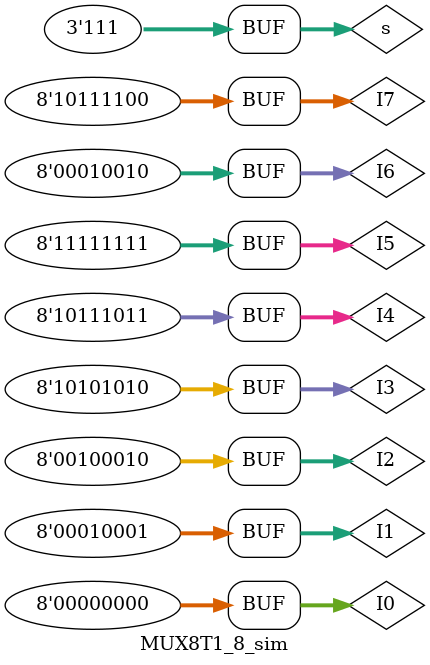
<source format=v>
`timescale 1ns / 1ps


module MUX8T1_8_sim;
reg [7:0]I0;
reg [7:0]I1;
reg [7:0]I2;
reg [7:0]I3;
reg [7:0]I4;
reg [7:0]I5;
reg [7:0]I6;
reg [7:0]I7;
reg [2:0]s;
wire [7:0]o;

MUX8T1_8 MUX8T1_8_U(
    .I0(I0),
    .I1(I1),
    .I2(I2),
    .I3(I3),
    .I4(I4),
    .I5(I5),
    .I6(I6),
    .I7(I7),
    .s(s),
    .o(o)
);

initial begin
    I0 = 8'h00;
    I1 = 8'h11;
    I2 = 8'h22;
    I3 = 8'haa;
    I4 = 8'hbb;
    I5 = 8'hff;
    I6 = 8'h12;
    I7 = 8'hbc;
    s = 3'b000;
    #100;
    s = 3'b001;
    #100;
    s = 3'b010;
    #40;
    s = 3'b011;
    #40;
    s = 3'b100;
    #50;
    s = 3'b101;
    #100;
    s = 3'b110;
    #40;
    s = 3'b111;
    #40;
end
endmodule


</source>
